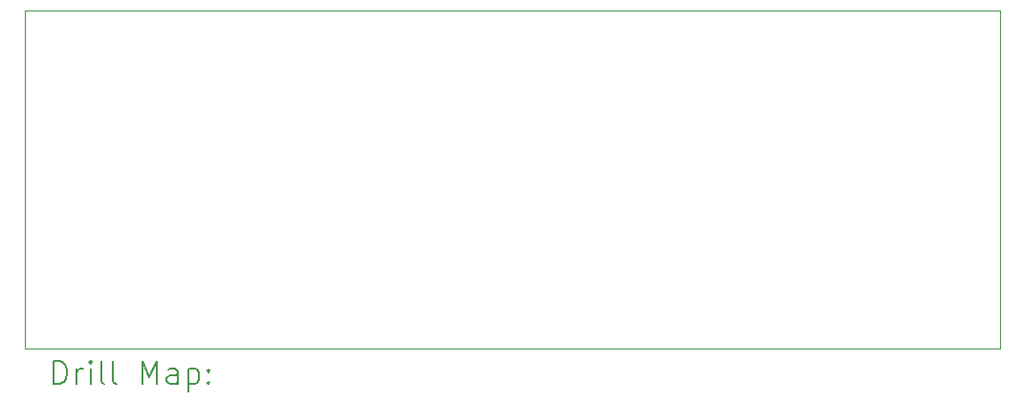
<source format=gbr>
%TF.GenerationSoftware,KiCad,Pcbnew,8.0.2-8.0.2-0~ubuntu22.04.1*%
%TF.CreationDate,2024-06-08T14:45:23+02:00*%
%TF.ProjectId,schematic,73636865-6d61-4746-9963-2e6b69636164,rev?*%
%TF.SameCoordinates,Original*%
%TF.FileFunction,Drillmap*%
%TF.FilePolarity,Positive*%
%FSLAX45Y45*%
G04 Gerber Fmt 4.5, Leading zero omitted, Abs format (unit mm)*
G04 Created by KiCad (PCBNEW 8.0.2-8.0.2-0~ubuntu22.04.1) date 2024-06-08 14:45:23*
%MOMM*%
%LPD*%
G01*
G04 APERTURE LIST*
%ADD10C,0.050000*%
%ADD11C,0.200000*%
G04 APERTURE END LIST*
D10*
X5511800Y-9042400D02*
X14147800Y-9042400D01*
X14147800Y-12042400D01*
X5511800Y-12042400D01*
X5511800Y-9042400D01*
D11*
X5770077Y-12356384D02*
X5770077Y-12156384D01*
X5770077Y-12156384D02*
X5817696Y-12156384D01*
X5817696Y-12156384D02*
X5846267Y-12165908D01*
X5846267Y-12165908D02*
X5865315Y-12184955D01*
X5865315Y-12184955D02*
X5874839Y-12204003D01*
X5874839Y-12204003D02*
X5884362Y-12242098D01*
X5884362Y-12242098D02*
X5884362Y-12270669D01*
X5884362Y-12270669D02*
X5874839Y-12308765D01*
X5874839Y-12308765D02*
X5865315Y-12327812D01*
X5865315Y-12327812D02*
X5846267Y-12346860D01*
X5846267Y-12346860D02*
X5817696Y-12356384D01*
X5817696Y-12356384D02*
X5770077Y-12356384D01*
X5970077Y-12356384D02*
X5970077Y-12223050D01*
X5970077Y-12261146D02*
X5979601Y-12242098D01*
X5979601Y-12242098D02*
X5989124Y-12232574D01*
X5989124Y-12232574D02*
X6008172Y-12223050D01*
X6008172Y-12223050D02*
X6027220Y-12223050D01*
X6093886Y-12356384D02*
X6093886Y-12223050D01*
X6093886Y-12156384D02*
X6084362Y-12165908D01*
X6084362Y-12165908D02*
X6093886Y-12175431D01*
X6093886Y-12175431D02*
X6103410Y-12165908D01*
X6103410Y-12165908D02*
X6093886Y-12156384D01*
X6093886Y-12156384D02*
X6093886Y-12175431D01*
X6217696Y-12356384D02*
X6198648Y-12346860D01*
X6198648Y-12346860D02*
X6189124Y-12327812D01*
X6189124Y-12327812D02*
X6189124Y-12156384D01*
X6322458Y-12356384D02*
X6303410Y-12346860D01*
X6303410Y-12346860D02*
X6293886Y-12327812D01*
X6293886Y-12327812D02*
X6293886Y-12156384D01*
X6551029Y-12356384D02*
X6551029Y-12156384D01*
X6551029Y-12156384D02*
X6617696Y-12299241D01*
X6617696Y-12299241D02*
X6684362Y-12156384D01*
X6684362Y-12156384D02*
X6684362Y-12356384D01*
X6865315Y-12356384D02*
X6865315Y-12251622D01*
X6865315Y-12251622D02*
X6855791Y-12232574D01*
X6855791Y-12232574D02*
X6836743Y-12223050D01*
X6836743Y-12223050D02*
X6798648Y-12223050D01*
X6798648Y-12223050D02*
X6779601Y-12232574D01*
X6865315Y-12346860D02*
X6846267Y-12356384D01*
X6846267Y-12356384D02*
X6798648Y-12356384D01*
X6798648Y-12356384D02*
X6779601Y-12346860D01*
X6779601Y-12346860D02*
X6770077Y-12327812D01*
X6770077Y-12327812D02*
X6770077Y-12308765D01*
X6770077Y-12308765D02*
X6779601Y-12289717D01*
X6779601Y-12289717D02*
X6798648Y-12280193D01*
X6798648Y-12280193D02*
X6846267Y-12280193D01*
X6846267Y-12280193D02*
X6865315Y-12270669D01*
X6960553Y-12223050D02*
X6960553Y-12423050D01*
X6960553Y-12232574D02*
X6979601Y-12223050D01*
X6979601Y-12223050D02*
X7017696Y-12223050D01*
X7017696Y-12223050D02*
X7036743Y-12232574D01*
X7036743Y-12232574D02*
X7046267Y-12242098D01*
X7046267Y-12242098D02*
X7055791Y-12261146D01*
X7055791Y-12261146D02*
X7055791Y-12318288D01*
X7055791Y-12318288D02*
X7046267Y-12337336D01*
X7046267Y-12337336D02*
X7036743Y-12346860D01*
X7036743Y-12346860D02*
X7017696Y-12356384D01*
X7017696Y-12356384D02*
X6979601Y-12356384D01*
X6979601Y-12356384D02*
X6960553Y-12346860D01*
X7141505Y-12337336D02*
X7151029Y-12346860D01*
X7151029Y-12346860D02*
X7141505Y-12356384D01*
X7141505Y-12356384D02*
X7131982Y-12346860D01*
X7131982Y-12346860D02*
X7141505Y-12337336D01*
X7141505Y-12337336D02*
X7141505Y-12356384D01*
X7141505Y-12232574D02*
X7151029Y-12242098D01*
X7151029Y-12242098D02*
X7141505Y-12251622D01*
X7141505Y-12251622D02*
X7131982Y-12242098D01*
X7131982Y-12242098D02*
X7141505Y-12232574D01*
X7141505Y-12232574D02*
X7141505Y-12251622D01*
M02*

</source>
